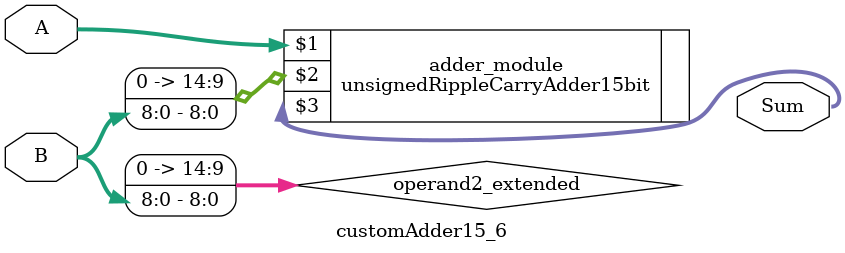
<source format=v>

module customAdder15_6(
                    input [14 : 0] A,
                    input [8 : 0] B,
                    
                    output [15 : 0] Sum
            );

    wire [14 : 0] operand2_extended;
    
    assign operand2_extended =  {6'b0, B};
    
    unsignedRippleCarryAdder15bit adder_module(
        A,
        operand2_extended,
        Sum
    );
    
endmodule
        
</source>
